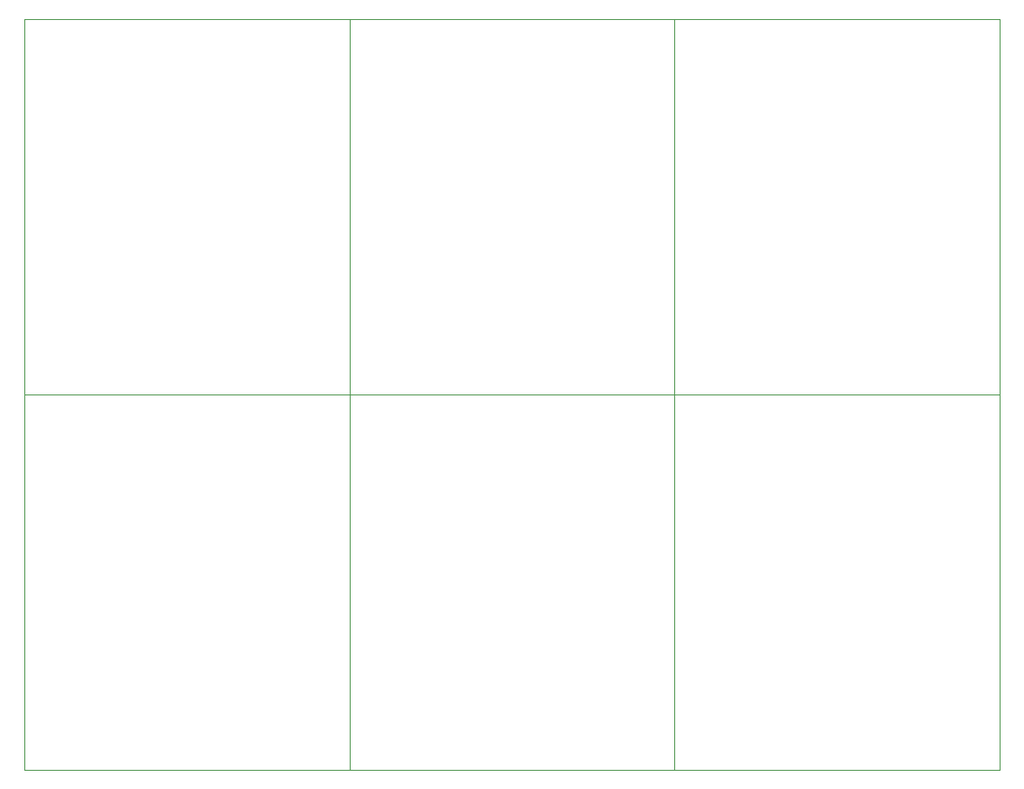
<source format=gbr>
G04 #@! TF.GenerationSoftware,KiCad,Pcbnew,5.1.4-e60b266~84~ubuntu18.04.1*
G04 #@! TF.CreationDate,2019-10-16T15:45:50+02:00*
G04 #@! TF.ProjectId,panel,70616e65-6c2e-46b6-9963-61645f706362,rev?*
G04 #@! TF.SameCoordinates,Original*
G04 #@! TF.FileFunction,Profile,NP*
%FSLAX46Y46*%
G04 Gerber Fmt 4.6, Leading zero omitted, Abs format (unit mm)*
G04 Created by KiCad (PCBNEW 5.1.4-e60b266~84~ubuntu18.04.1) date 2019-10-16 15:45:50*
%MOMM*%
%LPD*%
G04 APERTURE LIST*
%ADD10C,0.050000*%
G04 APERTURE END LIST*
D10*
X139446000Y-79629000D02*
X139446000Y-116205000D01*
X171069000Y-79629000D02*
X139446000Y-79629000D01*
X171069000Y-116205000D02*
X171069000Y-79629000D01*
X139446000Y-116205000D02*
X171069000Y-116205000D01*
X107823000Y-79629000D02*
X107823000Y-116205000D01*
X139446000Y-79629000D02*
X107823000Y-79629000D01*
X139446000Y-116205000D02*
X139446000Y-79629000D01*
X107823000Y-116205000D02*
X139446000Y-116205000D01*
X76200000Y-79629000D02*
X76200000Y-116205000D01*
X107823000Y-79629000D02*
X76200000Y-79629000D01*
X107823000Y-116205000D02*
X107823000Y-79629000D01*
X76200000Y-116205000D02*
X107823000Y-116205000D01*
X139446000Y-43053000D02*
X139446000Y-79629000D01*
X171069000Y-43053000D02*
X139446000Y-43053000D01*
X171069000Y-79629000D02*
X171069000Y-43053000D01*
X139446000Y-79629000D02*
X171069000Y-79629000D01*
X107823000Y-43053000D02*
X107823000Y-79629000D01*
X139446000Y-43053000D02*
X107823000Y-43053000D01*
X139446000Y-79629000D02*
X139446000Y-43053000D01*
X107823000Y-79629000D02*
X139446000Y-79629000D01*
X76200000Y-43053000D02*
X76200000Y-79629000D01*
X107823000Y-43053000D02*
X76200000Y-43053000D01*
X107823000Y-79629000D02*
X107823000Y-43053000D01*
X76200000Y-79629000D02*
X107823000Y-79629000D01*
M02*

</source>
